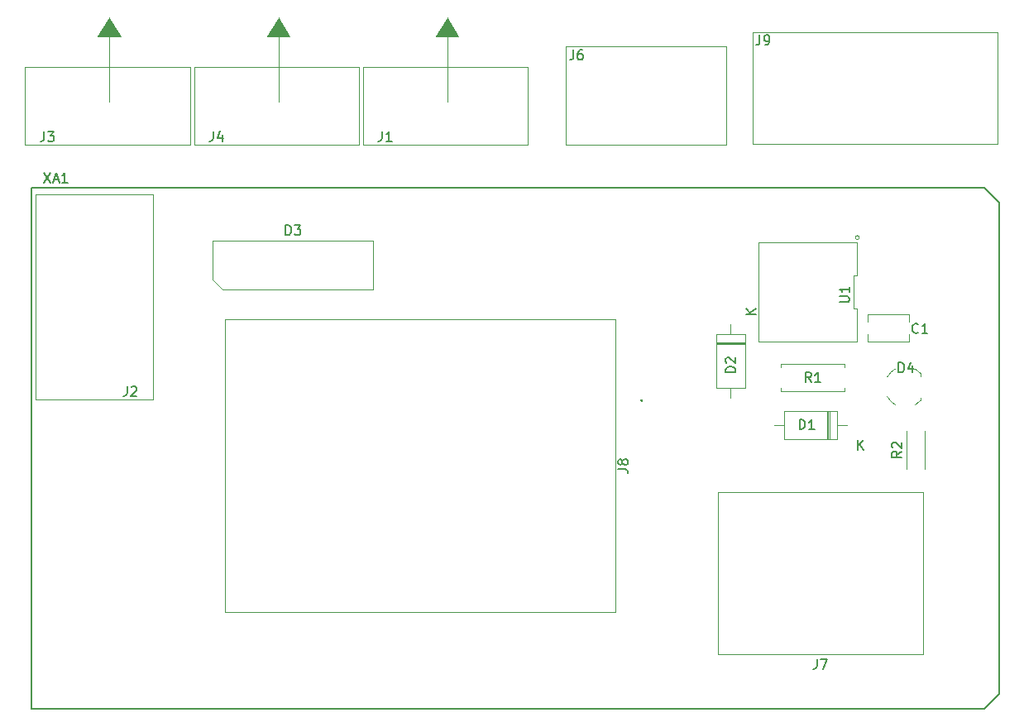
<source format=gto>
%TF.GenerationSoftware,KiCad,Pcbnew,(5.1.8)-1*%
%TF.CreationDate,2021-01-24T12:13:59-05:00*%
%TF.ProjectId,Mega_Shield,4d656761-5f53-4686-9965-6c642e6b6963,rev?*%
%TF.SameCoordinates,Original*%
%TF.FileFunction,Legend,Top*%
%TF.FilePolarity,Positive*%
%FSLAX46Y46*%
G04 Gerber Fmt 4.6, Leading zero omitted, Abs format (unit mm)*
G04 Created by KiCad (PCBNEW (5.1.8)-1) date 2021-01-24 12:13:59*
%MOMM*%
%LPD*%
G01*
G04 APERTURE LIST*
%ADD10C,0.150000*%
%ADD11C,0.120000*%
%ADD12C,0.100000*%
G04 APERTURE END LIST*
D10*
%TO.C,XA1*%
X82169000Y-35306000D02*
X179705000Y-35306000D01*
X82169000Y-88646000D02*
X179705000Y-88646000D01*
X179705000Y-35306000D02*
X181229000Y-36830000D01*
X181229000Y-48006000D02*
X181229000Y-36830000D01*
X82169000Y-35306000D02*
X82169000Y-88646000D01*
X181229000Y-48006000D02*
X181229000Y-87122000D01*
X179705000Y-88646000D02*
X181229000Y-87122000D01*
D11*
%TO.C,J9*%
X181067100Y-30796400D02*
X181076600Y-19392900D01*
X156057600Y-19392900D02*
X181076600Y-19392900D01*
X181067100Y-30796400D02*
X156067100Y-30796400D01*
X156057600Y-30796400D02*
X156057600Y-19392900D01*
%TO.C,C1*%
X167775200Y-48966600D02*
X167775200Y-48261600D01*
X167775200Y-51001600D02*
X167775200Y-50296600D01*
X172015200Y-48966600D02*
X172015200Y-48261600D01*
X172015200Y-51001600D02*
X172015200Y-50296600D01*
X172015200Y-48261600D02*
X167775200Y-48261600D01*
X172015200Y-51001600D02*
X167775200Y-51001600D01*
%TO.C,D3*%
X117181000Y-45680000D02*
X101751000Y-45680000D01*
X117181000Y-40680000D02*
X117181000Y-45680000D01*
X100751000Y-40680000D02*
X117181000Y-40680000D01*
X100751000Y-44680000D02*
X100751000Y-40680000D01*
X101751000Y-45680000D02*
X100751000Y-44680000D01*
%TO.C,J7*%
X173441000Y-66421000D02*
X152441000Y-66421000D01*
X152441000Y-66421000D02*
X152441000Y-83057000D01*
X152441000Y-83057000D02*
X173441000Y-83057000D01*
X173441000Y-66421000D02*
X173441000Y-83057000D01*
%TO.C,J8*%
X141970800Y-48754000D02*
X141970800Y-78754000D01*
X141970800Y-78754000D02*
X101970800Y-78754000D01*
X101970800Y-48754000D02*
X101970800Y-78754000D01*
X141970800Y-48754000D02*
X101970800Y-48754000D01*
%TO.C,R1*%
X158909000Y-53367000D02*
X158909000Y-53697000D01*
X165449000Y-53367000D02*
X158909000Y-53367000D01*
X165449000Y-53697000D02*
X165449000Y-53367000D01*
X158909000Y-56107000D02*
X158909000Y-55777000D01*
X165449000Y-56107000D02*
X158909000Y-56107000D01*
X165449000Y-55777000D02*
X165449000Y-56107000D01*
%TO.C,U1*%
X166925600Y-40386000D02*
G75*
G03*
X166925600Y-40386000I-200000J0D01*
G01*
X166705600Y-44287334D02*
X166705600Y-40914000D01*
X166345600Y-44287334D02*
X166705600Y-44287334D01*
X166345600Y-47660666D02*
X166345600Y-44287334D01*
X166705600Y-47660666D02*
X166345600Y-47660666D01*
X166705600Y-51034000D02*
X166705600Y-47660666D01*
X156585600Y-51034000D02*
X166705600Y-51034000D01*
X156585600Y-40914000D02*
X156585600Y-51034000D01*
X166705600Y-40914000D02*
X156585600Y-40914000D01*
%TO.C,J6*%
X153301700Y-30886400D02*
X136918700Y-30886400D01*
X136918700Y-30886400D02*
X136918700Y-20853400D01*
X153301700Y-20853400D02*
X136918700Y-20853400D01*
X153301700Y-30886400D02*
X153301700Y-20853400D01*
%TO.C,D1*%
X163890400Y-61058400D02*
X163890400Y-58118400D01*
X163650400Y-61058400D02*
X163650400Y-58118400D01*
X163770400Y-61058400D02*
X163770400Y-58118400D01*
X158210400Y-59588400D02*
X159230400Y-59588400D01*
X165690400Y-59588400D02*
X164670400Y-59588400D01*
X159230400Y-61058400D02*
X164670400Y-61058400D01*
X159230400Y-58118400D02*
X159230400Y-61058400D01*
X164670400Y-58118400D02*
X159230400Y-58118400D01*
X164670400Y-61058400D02*
X164670400Y-58118400D01*
%TO.C,D2*%
X155241600Y-51095200D02*
X152301600Y-51095200D01*
X155241600Y-51335200D02*
X152301600Y-51335200D01*
X155241600Y-51215200D02*
X152301600Y-51215200D01*
X153771600Y-56775200D02*
X153771600Y-55755200D01*
X153771600Y-49295200D02*
X153771600Y-50315200D01*
X155241600Y-55755200D02*
X155241600Y-50315200D01*
X152301600Y-55755200D02*
X155241600Y-55755200D01*
X152301600Y-50315200D02*
X152301600Y-55755200D01*
X155241600Y-50315200D02*
X152301600Y-50315200D01*
%TO.C,J2*%
X94602300Y-35966400D02*
X82600800Y-35966400D01*
X94602300Y-56984900D02*
X94602300Y-35966400D01*
X82600800Y-56984900D02*
X94602300Y-56984900D01*
X82600800Y-35966400D02*
X82600800Y-56984900D01*
D12*
%TO.C,D4*%
X173253200Y-57026800D02*
X173253200Y-56776800D01*
X173253200Y-54326800D02*
X173253200Y-54576800D01*
X170653200Y-57526800D02*
G75*
G02*
X169803200Y-56676800I1000000J1850000D01*
G01*
X169803200Y-54676800D02*
G75*
G02*
X170653200Y-53826800I1850000J-1000000D01*
G01*
X173260485Y-57032947D02*
G75*
G02*
X172653200Y-57526800I-1607285J1356147D01*
G01*
X172648667Y-53835185D02*
G75*
G02*
X173253200Y-54326800I-995467J-1841615D01*
G01*
D11*
%TO.C,R2*%
X173640000Y-64048400D02*
X173640000Y-60208400D01*
X171800000Y-64048400D02*
X171800000Y-60208400D01*
%TO.C,J1*%
X116128800Y-22911300D02*
X116128800Y-30911300D01*
X116128800Y-22911300D02*
X133026800Y-22911300D01*
X124764800Y-17866800D02*
X124764800Y-26466800D01*
X116128800Y-30911300D02*
X133019800Y-30911800D01*
X133026800Y-22911300D02*
X133019800Y-30911800D01*
D12*
G36*
X124764800Y-17894300D02*
G01*
X125907800Y-19799300D01*
X123558300Y-19799300D01*
X124764800Y-17894300D01*
G37*
X124764800Y-17894300D02*
X125907800Y-19799300D01*
X123558300Y-19799300D01*
X124764800Y-17894300D01*
D11*
%TO.C,J3*%
X81534000Y-22911300D02*
X81534000Y-30911300D01*
X81534000Y-22911300D02*
X98432000Y-22911300D01*
X90170000Y-17866800D02*
X90170000Y-26466800D01*
X81534000Y-30911300D02*
X98425000Y-30911800D01*
X98432000Y-22911300D02*
X98425000Y-30911800D01*
D12*
G36*
X90170000Y-17894300D02*
G01*
X91313000Y-19799300D01*
X88963500Y-19799300D01*
X90170000Y-17894300D01*
G37*
X90170000Y-17894300D02*
X91313000Y-19799300D01*
X88963500Y-19799300D01*
X90170000Y-17894300D01*
%TO.C,J4*%
G36*
X107492800Y-17894300D02*
G01*
X108635800Y-19799300D01*
X106286300Y-19799300D01*
X107492800Y-17894300D01*
G37*
X107492800Y-17894300D02*
X108635800Y-19799300D01*
X106286300Y-19799300D01*
X107492800Y-17894300D01*
D11*
X115754800Y-22911300D02*
X115747800Y-30911800D01*
X98856800Y-30911300D02*
X115747800Y-30911800D01*
X107492800Y-17866800D02*
X107492800Y-26466800D01*
X98856800Y-22911300D02*
X115754800Y-22911300D01*
X98856800Y-22911300D02*
X98856800Y-30911300D01*
%TO.C,XA1*%
D10*
X83470904Y-33742380D02*
X84137571Y-34742380D01*
X84137571Y-33742380D02*
X83470904Y-34742380D01*
X84470904Y-34456666D02*
X84947095Y-34456666D01*
X84375666Y-34742380D02*
X84709000Y-33742380D01*
X85042333Y-34742380D01*
X85899476Y-34742380D02*
X85328047Y-34742380D01*
X85613761Y-34742380D02*
X85613761Y-33742380D01*
X85518523Y-33885238D01*
X85423285Y-33980476D01*
X85328047Y-34028095D01*
X144653000Y-56999142D02*
X144700619Y-57046761D01*
X144653000Y-57094380D01*
X144605380Y-57046761D01*
X144653000Y-56999142D01*
X144653000Y-57094380D01*
%TO.C,J9*%
X156740266Y-19670780D02*
X156740266Y-20385066D01*
X156692647Y-20527923D01*
X156597409Y-20623161D01*
X156454552Y-20670780D01*
X156359314Y-20670780D01*
X157264076Y-20670780D02*
X157454552Y-20670780D01*
X157549790Y-20623161D01*
X157597409Y-20575542D01*
X157692647Y-20432685D01*
X157740266Y-20242209D01*
X157740266Y-19861257D01*
X157692647Y-19766019D01*
X157645028Y-19718400D01*
X157549790Y-19670780D01*
X157359314Y-19670780D01*
X157264076Y-19718400D01*
X157216457Y-19766019D01*
X157168838Y-19861257D01*
X157168838Y-20099352D01*
X157216457Y-20194590D01*
X157264076Y-20242209D01*
X157359314Y-20289828D01*
X157549790Y-20289828D01*
X157645028Y-20242209D01*
X157692647Y-20194590D01*
X157740266Y-20099352D01*
%TO.C,C1*%
X172959733Y-50090342D02*
X172912114Y-50137961D01*
X172769257Y-50185580D01*
X172674019Y-50185580D01*
X172531161Y-50137961D01*
X172435923Y-50042723D01*
X172388304Y-49947485D01*
X172340685Y-49757009D01*
X172340685Y-49614152D01*
X172388304Y-49423676D01*
X172435923Y-49328438D01*
X172531161Y-49233200D01*
X172674019Y-49185580D01*
X172769257Y-49185580D01*
X172912114Y-49233200D01*
X172959733Y-49280819D01*
X173912114Y-50185580D02*
X173340685Y-50185580D01*
X173626400Y-50185580D02*
X173626400Y-49185580D01*
X173531161Y-49328438D01*
X173435923Y-49423676D01*
X173340685Y-49471295D01*
%TO.C,D3*%
X108227904Y-40132380D02*
X108227904Y-39132380D01*
X108466000Y-39132380D01*
X108608857Y-39180000D01*
X108704095Y-39275238D01*
X108751714Y-39370476D01*
X108799333Y-39560952D01*
X108799333Y-39703809D01*
X108751714Y-39894285D01*
X108704095Y-39989523D01*
X108608857Y-40084761D01*
X108466000Y-40132380D01*
X108227904Y-40132380D01*
X109132666Y-39132380D02*
X109751714Y-39132380D01*
X109418380Y-39513333D01*
X109561238Y-39513333D01*
X109656476Y-39560952D01*
X109704095Y-39608571D01*
X109751714Y-39703809D01*
X109751714Y-39941904D01*
X109704095Y-40037142D01*
X109656476Y-40084761D01*
X109561238Y-40132380D01*
X109275523Y-40132380D01*
X109180285Y-40084761D01*
X109132666Y-40037142D01*
%TO.C,J7*%
X162607666Y-83526380D02*
X162607666Y-84240666D01*
X162560047Y-84383523D01*
X162464809Y-84478761D01*
X162321952Y-84526380D01*
X162226714Y-84526380D01*
X162988619Y-83526380D02*
X163655285Y-83526380D01*
X163226714Y-84526380D01*
%TO.C,J8*%
X142251180Y-64087333D02*
X142965466Y-64087333D01*
X143108323Y-64134952D01*
X143203561Y-64230190D01*
X143251180Y-64373047D01*
X143251180Y-64468285D01*
X142679752Y-63468285D02*
X142632133Y-63563523D01*
X142584514Y-63611142D01*
X142489276Y-63658761D01*
X142441657Y-63658761D01*
X142346419Y-63611142D01*
X142298800Y-63563523D01*
X142251180Y-63468285D01*
X142251180Y-63277809D01*
X142298800Y-63182571D01*
X142346419Y-63134952D01*
X142441657Y-63087333D01*
X142489276Y-63087333D01*
X142584514Y-63134952D01*
X142632133Y-63182571D01*
X142679752Y-63277809D01*
X142679752Y-63468285D01*
X142727371Y-63563523D01*
X142774990Y-63611142D01*
X142870228Y-63658761D01*
X143060704Y-63658761D01*
X143155942Y-63611142D01*
X143203561Y-63563523D01*
X143251180Y-63468285D01*
X143251180Y-63277809D01*
X143203561Y-63182571D01*
X143155942Y-63134952D01*
X143060704Y-63087333D01*
X142870228Y-63087333D01*
X142774990Y-63134952D01*
X142727371Y-63182571D01*
X142679752Y-63277809D01*
%TO.C,R1*%
X162012333Y-55189380D02*
X161679000Y-54713190D01*
X161440904Y-55189380D02*
X161440904Y-54189380D01*
X161821857Y-54189380D01*
X161917095Y-54237000D01*
X161964714Y-54284619D01*
X162012333Y-54379857D01*
X162012333Y-54522714D01*
X161964714Y-54617952D01*
X161917095Y-54665571D01*
X161821857Y-54713190D01*
X161440904Y-54713190D01*
X162964714Y-55189380D02*
X162393285Y-55189380D01*
X162679000Y-55189380D02*
X162679000Y-54189380D01*
X162583761Y-54332238D01*
X162488523Y-54427476D01*
X162393285Y-54475095D01*
%TO.C,U1*%
X164907980Y-46989904D02*
X165717504Y-46989904D01*
X165812742Y-46942285D01*
X165860361Y-46894666D01*
X165907980Y-46799428D01*
X165907980Y-46608952D01*
X165860361Y-46513714D01*
X165812742Y-46466095D01*
X165717504Y-46418476D01*
X164907980Y-46418476D01*
X165907980Y-45418476D02*
X165907980Y-45989904D01*
X165907980Y-45704190D02*
X164907980Y-45704190D01*
X165050838Y-45799428D01*
X165146076Y-45894666D01*
X165193695Y-45989904D01*
%TO.C,J6*%
X137664866Y-21194780D02*
X137664866Y-21909066D01*
X137617247Y-22051923D01*
X137522009Y-22147161D01*
X137379152Y-22194780D01*
X137283914Y-22194780D01*
X138569628Y-21194780D02*
X138379152Y-21194780D01*
X138283914Y-21242400D01*
X138236295Y-21290019D01*
X138141057Y-21432876D01*
X138093438Y-21623352D01*
X138093438Y-22004304D01*
X138141057Y-22099542D01*
X138188676Y-22147161D01*
X138283914Y-22194780D01*
X138474390Y-22194780D01*
X138569628Y-22147161D01*
X138617247Y-22099542D01*
X138664866Y-22004304D01*
X138664866Y-21766209D01*
X138617247Y-21670971D01*
X138569628Y-21623352D01*
X138474390Y-21575733D01*
X138283914Y-21575733D01*
X138188676Y-21623352D01*
X138141057Y-21670971D01*
X138093438Y-21766209D01*
%TO.C,D1*%
X160809305Y-60014781D02*
X160809305Y-59014781D01*
X161047401Y-59014781D01*
X161190258Y-59062401D01*
X161285496Y-59157639D01*
X161333115Y-59252877D01*
X161380734Y-59443353D01*
X161380734Y-59586210D01*
X161333115Y-59776686D01*
X161285496Y-59871924D01*
X161190258Y-59967162D01*
X161047401Y-60014781D01*
X160809305Y-60014781D01*
X162333115Y-60014781D02*
X161761686Y-60014781D01*
X162047401Y-60014781D02*
X162047401Y-59014781D01*
X161952162Y-59157639D01*
X161856924Y-59252877D01*
X161761686Y-59300496D01*
X166768495Y-62140780D02*
X166768495Y-61140780D01*
X167339923Y-62140780D02*
X166911352Y-61569352D01*
X167339923Y-61140780D02*
X166768495Y-61712209D01*
%TO.C,D2*%
X154256981Y-54176294D02*
X153256981Y-54176294D01*
X153256981Y-53938199D01*
X153304601Y-53795341D01*
X153399839Y-53700103D01*
X153495077Y-53652484D01*
X153685553Y-53604865D01*
X153828410Y-53604865D01*
X154018886Y-53652484D01*
X154114124Y-53700103D01*
X154209362Y-53795341D01*
X154256981Y-53938199D01*
X154256981Y-54176294D01*
X153352220Y-53223913D02*
X153304601Y-53176294D01*
X153256981Y-53081056D01*
X153256981Y-52842960D01*
X153304601Y-52747722D01*
X153352220Y-52700103D01*
X153447458Y-52652484D01*
X153542696Y-52652484D01*
X153685553Y-52700103D01*
X154256981Y-53271532D01*
X154256981Y-52652484D01*
X156323980Y-48217104D02*
X155323980Y-48217104D01*
X156323980Y-47645676D02*
X155752552Y-48074247D01*
X155323980Y-47645676D02*
X155895409Y-48217104D01*
%TO.C,J2*%
X91982966Y-55611780D02*
X91982966Y-56326066D01*
X91935347Y-56468923D01*
X91840109Y-56564161D01*
X91697252Y-56611780D01*
X91602014Y-56611780D01*
X92411538Y-55707019D02*
X92459157Y-55659400D01*
X92554395Y-55611780D01*
X92792490Y-55611780D01*
X92887728Y-55659400D01*
X92935347Y-55707019D01*
X92982966Y-55802257D01*
X92982966Y-55897495D01*
X92935347Y-56040352D01*
X92363919Y-56611780D01*
X92982966Y-56611780D01*
%TO.C,D4*%
X170965904Y-54198780D02*
X170965904Y-53198780D01*
X171204000Y-53198780D01*
X171346857Y-53246400D01*
X171442095Y-53341638D01*
X171489714Y-53436876D01*
X171537333Y-53627352D01*
X171537333Y-53770209D01*
X171489714Y-53960685D01*
X171442095Y-54055923D01*
X171346857Y-54151161D01*
X171204000Y-54198780D01*
X170965904Y-54198780D01*
X172394476Y-53532114D02*
X172394476Y-54198780D01*
X172156380Y-53151161D02*
X171918285Y-53865447D01*
X172537333Y-53865447D01*
%TO.C,R2*%
X171252380Y-62295066D02*
X170776190Y-62628400D01*
X171252380Y-62866495D02*
X170252380Y-62866495D01*
X170252380Y-62485542D01*
X170300000Y-62390304D01*
X170347619Y-62342685D01*
X170442857Y-62295066D01*
X170585714Y-62295066D01*
X170680952Y-62342685D01*
X170728571Y-62390304D01*
X170776190Y-62485542D01*
X170776190Y-62866495D01*
X170347619Y-61914114D02*
X170300000Y-61866495D01*
X170252380Y-61771257D01*
X170252380Y-61533161D01*
X170300000Y-61437923D01*
X170347619Y-61390304D01*
X170442857Y-61342685D01*
X170538095Y-61342685D01*
X170680952Y-61390304D01*
X171252380Y-61961733D01*
X171252380Y-61342685D01*
%TO.C,J1*%
X118081466Y-29538680D02*
X118081466Y-30252966D01*
X118033847Y-30395823D01*
X117938609Y-30491061D01*
X117795752Y-30538680D01*
X117700514Y-30538680D01*
X119081466Y-30538680D02*
X118510038Y-30538680D01*
X118795752Y-30538680D02*
X118795752Y-29538680D01*
X118700514Y-29681538D01*
X118605276Y-29776776D01*
X118510038Y-29824395D01*
%TO.C,J3*%
X83486666Y-29538680D02*
X83486666Y-30252966D01*
X83439047Y-30395823D01*
X83343809Y-30491061D01*
X83200952Y-30538680D01*
X83105714Y-30538680D01*
X83867619Y-29538680D02*
X84486666Y-29538680D01*
X84153333Y-29919633D01*
X84296190Y-29919633D01*
X84391428Y-29967252D01*
X84439047Y-30014871D01*
X84486666Y-30110109D01*
X84486666Y-30348204D01*
X84439047Y-30443442D01*
X84391428Y-30491061D01*
X84296190Y-30538680D01*
X84010476Y-30538680D01*
X83915238Y-30491061D01*
X83867619Y-30443442D01*
%TO.C,J4*%
X100809466Y-29538680D02*
X100809466Y-30252966D01*
X100761847Y-30395823D01*
X100666609Y-30491061D01*
X100523752Y-30538680D01*
X100428514Y-30538680D01*
X101714228Y-29872014D02*
X101714228Y-30538680D01*
X101476133Y-29491061D02*
X101238038Y-30205347D01*
X101857085Y-30205347D01*
%TD*%
M02*

</source>
